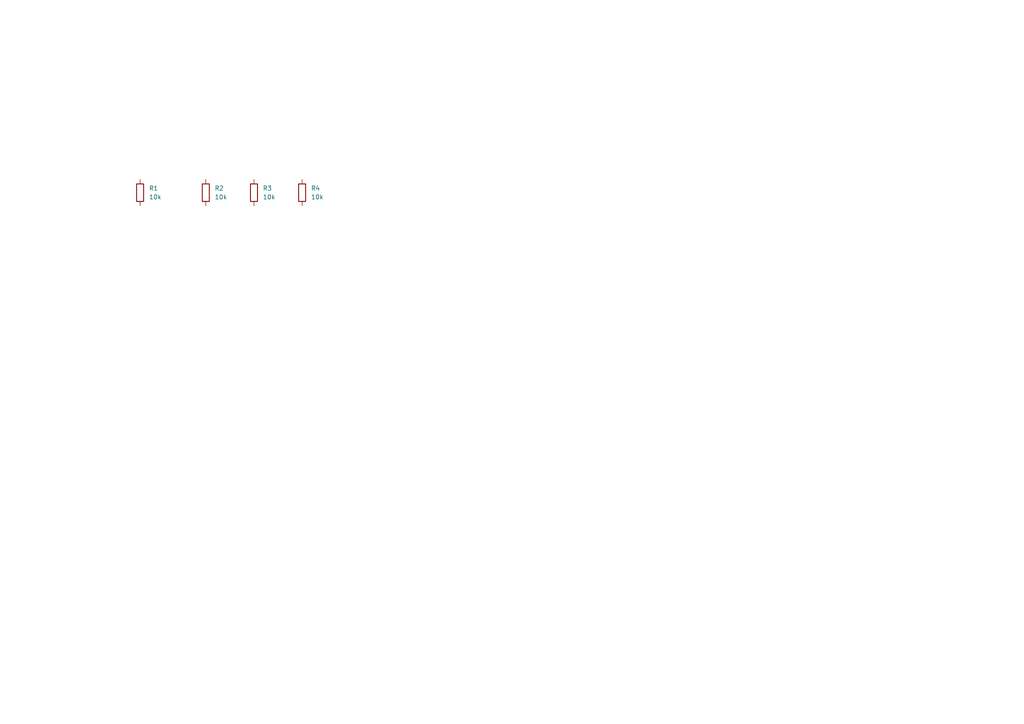
<source format=kicad_sch>
(kicad_sch (version 20250114) (generator "eeschema") (generator_version "9.0")
  (paper "A4")
  (title_block (title "test_project"))
  (lib_symbols
    (symbol "Device:R" (pin_numbers (hide yes)) (pin_names (offset 0))
      (property "Reference" "R" (at 2.032 0 90))
      (property "Value" "R" (at 0 0 90))
      (symbol "R_0_1"
        (rectangle (start -1.016 -2.54) (end 1.016 2.54) (stroke (width 0.254)))
      )
      (symbol "R_1_1"
        (pin passive line (at 0 3.81 270) (length 1.27) (name "~") (number "1"))
        (pin passive line (at 0 -3.81 90) (length 1.27) (name "~") (number "2"))
      )
    )
  )
  (symbol (lib_id "Device:R") (at 59.69 55.88 0) (unit 1)
    (property "Reference" "R2" (at 62.23 54.6099 0) (effects (justify left)))
    (property "Value" "10k" (at 62.23 57.1499 0) (effects (justify left)))
    (property "Footprint" "Resistor_SMD:R_0805_2012Metric" (effects (hide yes)))
  )
  (symbol (lib_id "Device:R") (at 73.66 55.88 0) (unit 1)
    (property "Reference" "R3" (at 76.2 54.6099 0) (effects (justify left)))
    (property "Value" "10k" (at 76.2 57.1499 0) (effects (justify left)))
    (property "Footprint" "Resistor_SMD:R_0805_2012Metric" (effects (hide yes)))
  )
  (symbol (lib_id "Device:R") (at 87.63 55.88 0) (unit 1)
    (property "Reference" "R4" (at 90.17 54.6099 0) (effects (justify left)))
    (property "Value" "10k" (at 90.17 57.1499 0) (effects (justify left)))
    (property "Footprint" "Resistor_SMD:R_0805_2012Metric" (effects (hide yes)))
  )
  (symbol (lib_id "Device:R") (at 40.64 55.88 0) (unit 1)
    (property "Reference" "R1" (at 43.18 54.6099 0) (effects (justify left)))
    (property "Value" "10k" (at 43.18 57.1499 0) (effects (justify left)))
    (property "Footprint" "Resistor_SMD:R_0805_2012Metric" (effects (hide yes)))
  )
)
</source>
